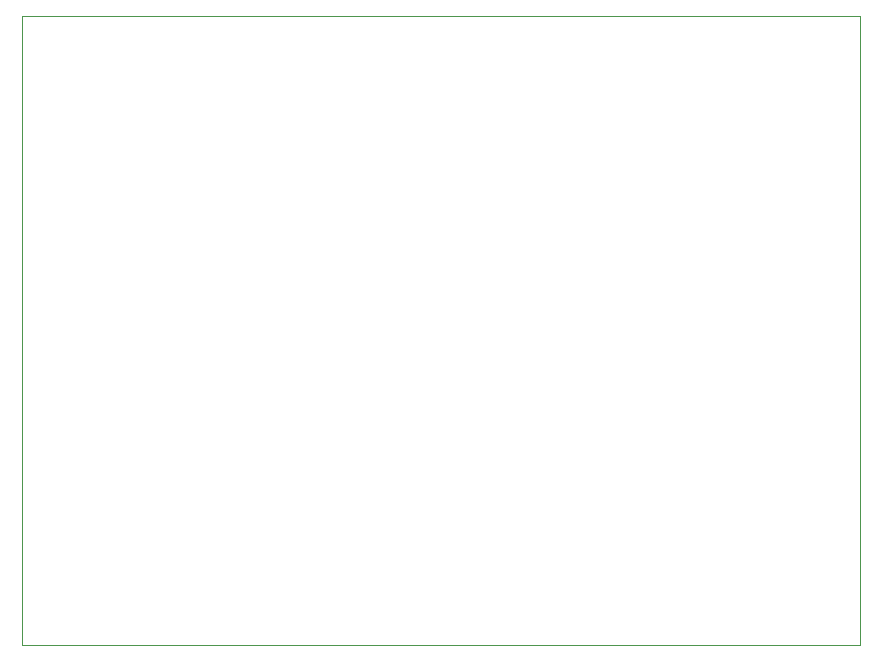
<source format=gbr>
%TF.GenerationSoftware,KiCad,Pcbnew,7.0.1*%
%TF.CreationDate,2024-10-11T19:23:26-04:00*%
%TF.ProjectId,PEST_Driver,50455354-5f44-4726-9976-65722e6b6963,rev?*%
%TF.SameCoordinates,Original*%
%TF.FileFunction,Profile,NP*%
%FSLAX46Y46*%
G04 Gerber Fmt 4.6, Leading zero omitted, Abs format (unit mm)*
G04 Created by KiCad (PCBNEW 7.0.1) date 2024-10-11 19:23:26*
%MOMM*%
%LPD*%
G01*
G04 APERTURE LIST*
%TA.AperFunction,Profile*%
%ADD10C,0.100000*%
%TD*%
G04 APERTURE END LIST*
D10*
X18250000Y-20000000D02*
X89250000Y-20000000D01*
X89250000Y-73250000D01*
X18250000Y-73250000D01*
X18250000Y-20000000D01*
M02*

</source>
